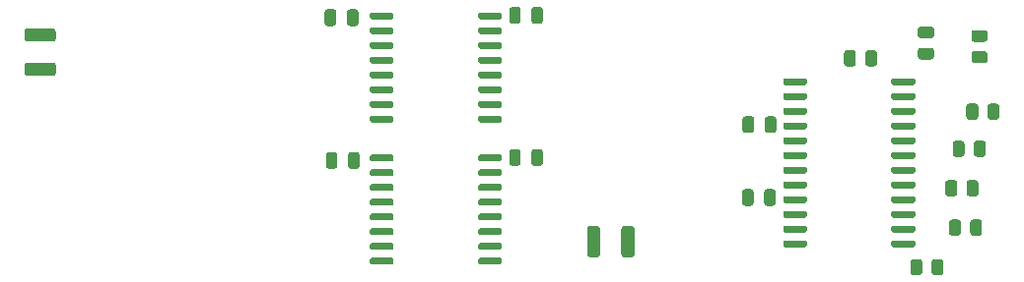
<source format=gbr>
%TF.GenerationSoftware,KiCad,Pcbnew,(5.1.10-1-10_14)*%
%TF.CreationDate,2021-10-08T10:07:37-04:00*%
%TF.ProjectId,BufferBox,42756666-6572-4426-9f78-2e6b69636164,1.1*%
%TF.SameCoordinates,Original*%
%TF.FileFunction,Paste,Top*%
%TF.FilePolarity,Positive*%
%FSLAX46Y46*%
G04 Gerber Fmt 4.6, Leading zero omitted, Abs format (unit mm)*
G04 Created by KiCad (PCBNEW (5.1.10-1-10_14)) date 2021-10-08 10:07:37*
%MOMM*%
%LPD*%
G01*
G04 APERTURE LIST*
G04 APERTURE END LIST*
%TO.C,U3*%
G36*
G01*
X143775000Y-110635000D02*
X143775000Y-110935000D01*
G75*
G02*
X143625000Y-111085000I-150000J0D01*
G01*
X141875000Y-111085000D01*
G75*
G02*
X141725000Y-110935000I0J150000D01*
G01*
X141725000Y-110635000D01*
G75*
G02*
X141875000Y-110485000I150000J0D01*
G01*
X143625000Y-110485000D01*
G75*
G02*
X143775000Y-110635000I0J-150000D01*
G01*
G37*
G36*
G01*
X143775000Y-109365000D02*
X143775000Y-109665000D01*
G75*
G02*
X143625000Y-109815000I-150000J0D01*
G01*
X141875000Y-109815000D01*
G75*
G02*
X141725000Y-109665000I0J150000D01*
G01*
X141725000Y-109365000D01*
G75*
G02*
X141875000Y-109215000I150000J0D01*
G01*
X143625000Y-109215000D01*
G75*
G02*
X143775000Y-109365000I0J-150000D01*
G01*
G37*
G36*
G01*
X143775000Y-108095000D02*
X143775000Y-108395000D01*
G75*
G02*
X143625000Y-108545000I-150000J0D01*
G01*
X141875000Y-108545000D01*
G75*
G02*
X141725000Y-108395000I0J150000D01*
G01*
X141725000Y-108095000D01*
G75*
G02*
X141875000Y-107945000I150000J0D01*
G01*
X143625000Y-107945000D01*
G75*
G02*
X143775000Y-108095000I0J-150000D01*
G01*
G37*
G36*
G01*
X143775000Y-106825000D02*
X143775000Y-107125000D01*
G75*
G02*
X143625000Y-107275000I-150000J0D01*
G01*
X141875000Y-107275000D01*
G75*
G02*
X141725000Y-107125000I0J150000D01*
G01*
X141725000Y-106825000D01*
G75*
G02*
X141875000Y-106675000I150000J0D01*
G01*
X143625000Y-106675000D01*
G75*
G02*
X143775000Y-106825000I0J-150000D01*
G01*
G37*
G36*
G01*
X143775000Y-105555000D02*
X143775000Y-105855000D01*
G75*
G02*
X143625000Y-106005000I-150000J0D01*
G01*
X141875000Y-106005000D01*
G75*
G02*
X141725000Y-105855000I0J150000D01*
G01*
X141725000Y-105555000D01*
G75*
G02*
X141875000Y-105405000I150000J0D01*
G01*
X143625000Y-105405000D01*
G75*
G02*
X143775000Y-105555000I0J-150000D01*
G01*
G37*
G36*
G01*
X143775000Y-104285000D02*
X143775000Y-104585000D01*
G75*
G02*
X143625000Y-104735000I-150000J0D01*
G01*
X141875000Y-104735000D01*
G75*
G02*
X141725000Y-104585000I0J150000D01*
G01*
X141725000Y-104285000D01*
G75*
G02*
X141875000Y-104135000I150000J0D01*
G01*
X143625000Y-104135000D01*
G75*
G02*
X143775000Y-104285000I0J-150000D01*
G01*
G37*
G36*
G01*
X143775000Y-103015000D02*
X143775000Y-103315000D01*
G75*
G02*
X143625000Y-103465000I-150000J0D01*
G01*
X141875000Y-103465000D01*
G75*
G02*
X141725000Y-103315000I0J150000D01*
G01*
X141725000Y-103015000D01*
G75*
G02*
X141875000Y-102865000I150000J0D01*
G01*
X143625000Y-102865000D01*
G75*
G02*
X143775000Y-103015000I0J-150000D01*
G01*
G37*
G36*
G01*
X143775000Y-101745000D02*
X143775000Y-102045000D01*
G75*
G02*
X143625000Y-102195000I-150000J0D01*
G01*
X141875000Y-102195000D01*
G75*
G02*
X141725000Y-102045000I0J150000D01*
G01*
X141725000Y-101745000D01*
G75*
G02*
X141875000Y-101595000I150000J0D01*
G01*
X143625000Y-101595000D01*
G75*
G02*
X143775000Y-101745000I0J-150000D01*
G01*
G37*
G36*
G01*
X143775000Y-100475000D02*
X143775000Y-100775000D01*
G75*
G02*
X143625000Y-100925000I-150000J0D01*
G01*
X141875000Y-100925000D01*
G75*
G02*
X141725000Y-100775000I0J150000D01*
G01*
X141725000Y-100475000D01*
G75*
G02*
X141875000Y-100325000I150000J0D01*
G01*
X143625000Y-100325000D01*
G75*
G02*
X143775000Y-100475000I0J-150000D01*
G01*
G37*
G36*
G01*
X143775000Y-99205000D02*
X143775000Y-99505000D01*
G75*
G02*
X143625000Y-99655000I-150000J0D01*
G01*
X141875000Y-99655000D01*
G75*
G02*
X141725000Y-99505000I0J150000D01*
G01*
X141725000Y-99205000D01*
G75*
G02*
X141875000Y-99055000I150000J0D01*
G01*
X143625000Y-99055000D01*
G75*
G02*
X143775000Y-99205000I0J-150000D01*
G01*
G37*
G36*
G01*
X143775000Y-97935000D02*
X143775000Y-98235000D01*
G75*
G02*
X143625000Y-98385000I-150000J0D01*
G01*
X141875000Y-98385000D01*
G75*
G02*
X141725000Y-98235000I0J150000D01*
G01*
X141725000Y-97935000D01*
G75*
G02*
X141875000Y-97785000I150000J0D01*
G01*
X143625000Y-97785000D01*
G75*
G02*
X143775000Y-97935000I0J-150000D01*
G01*
G37*
G36*
G01*
X143775000Y-96665000D02*
X143775000Y-96965000D01*
G75*
G02*
X143625000Y-97115000I-150000J0D01*
G01*
X141875000Y-97115000D01*
G75*
G02*
X141725000Y-96965000I0J150000D01*
G01*
X141725000Y-96665000D01*
G75*
G02*
X141875000Y-96515000I150000J0D01*
G01*
X143625000Y-96515000D01*
G75*
G02*
X143775000Y-96665000I0J-150000D01*
G01*
G37*
G36*
G01*
X153075000Y-96665000D02*
X153075000Y-96965000D01*
G75*
G02*
X152925000Y-97115000I-150000J0D01*
G01*
X151175000Y-97115000D01*
G75*
G02*
X151025000Y-96965000I0J150000D01*
G01*
X151025000Y-96665000D01*
G75*
G02*
X151175000Y-96515000I150000J0D01*
G01*
X152925000Y-96515000D01*
G75*
G02*
X153075000Y-96665000I0J-150000D01*
G01*
G37*
G36*
G01*
X153075000Y-97935000D02*
X153075000Y-98235000D01*
G75*
G02*
X152925000Y-98385000I-150000J0D01*
G01*
X151175000Y-98385000D01*
G75*
G02*
X151025000Y-98235000I0J150000D01*
G01*
X151025000Y-97935000D01*
G75*
G02*
X151175000Y-97785000I150000J0D01*
G01*
X152925000Y-97785000D01*
G75*
G02*
X153075000Y-97935000I0J-150000D01*
G01*
G37*
G36*
G01*
X153075000Y-99205000D02*
X153075000Y-99505000D01*
G75*
G02*
X152925000Y-99655000I-150000J0D01*
G01*
X151175000Y-99655000D01*
G75*
G02*
X151025000Y-99505000I0J150000D01*
G01*
X151025000Y-99205000D01*
G75*
G02*
X151175000Y-99055000I150000J0D01*
G01*
X152925000Y-99055000D01*
G75*
G02*
X153075000Y-99205000I0J-150000D01*
G01*
G37*
G36*
G01*
X153075000Y-100475000D02*
X153075000Y-100775000D01*
G75*
G02*
X152925000Y-100925000I-150000J0D01*
G01*
X151175000Y-100925000D01*
G75*
G02*
X151025000Y-100775000I0J150000D01*
G01*
X151025000Y-100475000D01*
G75*
G02*
X151175000Y-100325000I150000J0D01*
G01*
X152925000Y-100325000D01*
G75*
G02*
X153075000Y-100475000I0J-150000D01*
G01*
G37*
G36*
G01*
X153075000Y-101745000D02*
X153075000Y-102045000D01*
G75*
G02*
X152925000Y-102195000I-150000J0D01*
G01*
X151175000Y-102195000D01*
G75*
G02*
X151025000Y-102045000I0J150000D01*
G01*
X151025000Y-101745000D01*
G75*
G02*
X151175000Y-101595000I150000J0D01*
G01*
X152925000Y-101595000D01*
G75*
G02*
X153075000Y-101745000I0J-150000D01*
G01*
G37*
G36*
G01*
X153075000Y-103015000D02*
X153075000Y-103315000D01*
G75*
G02*
X152925000Y-103465000I-150000J0D01*
G01*
X151175000Y-103465000D01*
G75*
G02*
X151025000Y-103315000I0J150000D01*
G01*
X151025000Y-103015000D01*
G75*
G02*
X151175000Y-102865000I150000J0D01*
G01*
X152925000Y-102865000D01*
G75*
G02*
X153075000Y-103015000I0J-150000D01*
G01*
G37*
G36*
G01*
X153075000Y-104285000D02*
X153075000Y-104585000D01*
G75*
G02*
X152925000Y-104735000I-150000J0D01*
G01*
X151175000Y-104735000D01*
G75*
G02*
X151025000Y-104585000I0J150000D01*
G01*
X151025000Y-104285000D01*
G75*
G02*
X151175000Y-104135000I150000J0D01*
G01*
X152925000Y-104135000D01*
G75*
G02*
X153075000Y-104285000I0J-150000D01*
G01*
G37*
G36*
G01*
X153075000Y-105555000D02*
X153075000Y-105855000D01*
G75*
G02*
X152925000Y-106005000I-150000J0D01*
G01*
X151175000Y-106005000D01*
G75*
G02*
X151025000Y-105855000I0J150000D01*
G01*
X151025000Y-105555000D01*
G75*
G02*
X151175000Y-105405000I150000J0D01*
G01*
X152925000Y-105405000D01*
G75*
G02*
X153075000Y-105555000I0J-150000D01*
G01*
G37*
G36*
G01*
X153075000Y-106825000D02*
X153075000Y-107125000D01*
G75*
G02*
X152925000Y-107275000I-150000J0D01*
G01*
X151175000Y-107275000D01*
G75*
G02*
X151025000Y-107125000I0J150000D01*
G01*
X151025000Y-106825000D01*
G75*
G02*
X151175000Y-106675000I150000J0D01*
G01*
X152925000Y-106675000D01*
G75*
G02*
X153075000Y-106825000I0J-150000D01*
G01*
G37*
G36*
G01*
X153075000Y-108095000D02*
X153075000Y-108395000D01*
G75*
G02*
X152925000Y-108545000I-150000J0D01*
G01*
X151175000Y-108545000D01*
G75*
G02*
X151025000Y-108395000I0J150000D01*
G01*
X151025000Y-108095000D01*
G75*
G02*
X151175000Y-107945000I150000J0D01*
G01*
X152925000Y-107945000D01*
G75*
G02*
X153075000Y-108095000I0J-150000D01*
G01*
G37*
G36*
G01*
X153075000Y-109365000D02*
X153075000Y-109665000D01*
G75*
G02*
X152925000Y-109815000I-150000J0D01*
G01*
X151175000Y-109815000D01*
G75*
G02*
X151025000Y-109665000I0J150000D01*
G01*
X151025000Y-109365000D01*
G75*
G02*
X151175000Y-109215000I150000J0D01*
G01*
X152925000Y-109215000D01*
G75*
G02*
X153075000Y-109365000I0J-150000D01*
G01*
G37*
G36*
G01*
X153075000Y-110635000D02*
X153075000Y-110935000D01*
G75*
G02*
X152925000Y-111085000I-150000J0D01*
G01*
X151175000Y-111085000D01*
G75*
G02*
X151025000Y-110935000I0J150000D01*
G01*
X151025000Y-110635000D01*
G75*
G02*
X151175000Y-110485000I150000J0D01*
G01*
X152925000Y-110485000D01*
G75*
G02*
X153075000Y-110635000I0J-150000D01*
G01*
G37*
%TD*%
%TO.C,U2*%
G36*
G01*
X115525000Y-103555000D02*
X115525000Y-103255000D01*
G75*
G02*
X115675000Y-103105000I150000J0D01*
G01*
X117425000Y-103105000D01*
G75*
G02*
X117575000Y-103255000I0J-150000D01*
G01*
X117575000Y-103555000D01*
G75*
G02*
X117425000Y-103705000I-150000J0D01*
G01*
X115675000Y-103705000D01*
G75*
G02*
X115525000Y-103555000I0J150000D01*
G01*
G37*
G36*
G01*
X115525000Y-104825000D02*
X115525000Y-104525000D01*
G75*
G02*
X115675000Y-104375000I150000J0D01*
G01*
X117425000Y-104375000D01*
G75*
G02*
X117575000Y-104525000I0J-150000D01*
G01*
X117575000Y-104825000D01*
G75*
G02*
X117425000Y-104975000I-150000J0D01*
G01*
X115675000Y-104975000D01*
G75*
G02*
X115525000Y-104825000I0J150000D01*
G01*
G37*
G36*
G01*
X115525000Y-106095000D02*
X115525000Y-105795000D01*
G75*
G02*
X115675000Y-105645000I150000J0D01*
G01*
X117425000Y-105645000D01*
G75*
G02*
X117575000Y-105795000I0J-150000D01*
G01*
X117575000Y-106095000D01*
G75*
G02*
X117425000Y-106245000I-150000J0D01*
G01*
X115675000Y-106245000D01*
G75*
G02*
X115525000Y-106095000I0J150000D01*
G01*
G37*
G36*
G01*
X115525000Y-107365000D02*
X115525000Y-107065000D01*
G75*
G02*
X115675000Y-106915000I150000J0D01*
G01*
X117425000Y-106915000D01*
G75*
G02*
X117575000Y-107065000I0J-150000D01*
G01*
X117575000Y-107365000D01*
G75*
G02*
X117425000Y-107515000I-150000J0D01*
G01*
X115675000Y-107515000D01*
G75*
G02*
X115525000Y-107365000I0J150000D01*
G01*
G37*
G36*
G01*
X115525000Y-108635000D02*
X115525000Y-108335000D01*
G75*
G02*
X115675000Y-108185000I150000J0D01*
G01*
X117425000Y-108185000D01*
G75*
G02*
X117575000Y-108335000I0J-150000D01*
G01*
X117575000Y-108635000D01*
G75*
G02*
X117425000Y-108785000I-150000J0D01*
G01*
X115675000Y-108785000D01*
G75*
G02*
X115525000Y-108635000I0J150000D01*
G01*
G37*
G36*
G01*
X115525000Y-109905000D02*
X115525000Y-109605000D01*
G75*
G02*
X115675000Y-109455000I150000J0D01*
G01*
X117425000Y-109455000D01*
G75*
G02*
X117575000Y-109605000I0J-150000D01*
G01*
X117575000Y-109905000D01*
G75*
G02*
X117425000Y-110055000I-150000J0D01*
G01*
X115675000Y-110055000D01*
G75*
G02*
X115525000Y-109905000I0J150000D01*
G01*
G37*
G36*
G01*
X115525000Y-111175000D02*
X115525000Y-110875000D01*
G75*
G02*
X115675000Y-110725000I150000J0D01*
G01*
X117425000Y-110725000D01*
G75*
G02*
X117575000Y-110875000I0J-150000D01*
G01*
X117575000Y-111175000D01*
G75*
G02*
X117425000Y-111325000I-150000J0D01*
G01*
X115675000Y-111325000D01*
G75*
G02*
X115525000Y-111175000I0J150000D01*
G01*
G37*
G36*
G01*
X115525000Y-112445000D02*
X115525000Y-112145000D01*
G75*
G02*
X115675000Y-111995000I150000J0D01*
G01*
X117425000Y-111995000D01*
G75*
G02*
X117575000Y-112145000I0J-150000D01*
G01*
X117575000Y-112445000D01*
G75*
G02*
X117425000Y-112595000I-150000J0D01*
G01*
X115675000Y-112595000D01*
G75*
G02*
X115525000Y-112445000I0J150000D01*
G01*
G37*
G36*
G01*
X106225000Y-112445000D02*
X106225000Y-112145000D01*
G75*
G02*
X106375000Y-111995000I150000J0D01*
G01*
X108125000Y-111995000D01*
G75*
G02*
X108275000Y-112145000I0J-150000D01*
G01*
X108275000Y-112445000D01*
G75*
G02*
X108125000Y-112595000I-150000J0D01*
G01*
X106375000Y-112595000D01*
G75*
G02*
X106225000Y-112445000I0J150000D01*
G01*
G37*
G36*
G01*
X106225000Y-111175000D02*
X106225000Y-110875000D01*
G75*
G02*
X106375000Y-110725000I150000J0D01*
G01*
X108125000Y-110725000D01*
G75*
G02*
X108275000Y-110875000I0J-150000D01*
G01*
X108275000Y-111175000D01*
G75*
G02*
X108125000Y-111325000I-150000J0D01*
G01*
X106375000Y-111325000D01*
G75*
G02*
X106225000Y-111175000I0J150000D01*
G01*
G37*
G36*
G01*
X106225000Y-109905000D02*
X106225000Y-109605000D01*
G75*
G02*
X106375000Y-109455000I150000J0D01*
G01*
X108125000Y-109455000D01*
G75*
G02*
X108275000Y-109605000I0J-150000D01*
G01*
X108275000Y-109905000D01*
G75*
G02*
X108125000Y-110055000I-150000J0D01*
G01*
X106375000Y-110055000D01*
G75*
G02*
X106225000Y-109905000I0J150000D01*
G01*
G37*
G36*
G01*
X106225000Y-108635000D02*
X106225000Y-108335000D01*
G75*
G02*
X106375000Y-108185000I150000J0D01*
G01*
X108125000Y-108185000D01*
G75*
G02*
X108275000Y-108335000I0J-150000D01*
G01*
X108275000Y-108635000D01*
G75*
G02*
X108125000Y-108785000I-150000J0D01*
G01*
X106375000Y-108785000D01*
G75*
G02*
X106225000Y-108635000I0J150000D01*
G01*
G37*
G36*
G01*
X106225000Y-107365000D02*
X106225000Y-107065000D01*
G75*
G02*
X106375000Y-106915000I150000J0D01*
G01*
X108125000Y-106915000D01*
G75*
G02*
X108275000Y-107065000I0J-150000D01*
G01*
X108275000Y-107365000D01*
G75*
G02*
X108125000Y-107515000I-150000J0D01*
G01*
X106375000Y-107515000D01*
G75*
G02*
X106225000Y-107365000I0J150000D01*
G01*
G37*
G36*
G01*
X106225000Y-106095000D02*
X106225000Y-105795000D01*
G75*
G02*
X106375000Y-105645000I150000J0D01*
G01*
X108125000Y-105645000D01*
G75*
G02*
X108275000Y-105795000I0J-150000D01*
G01*
X108275000Y-106095000D01*
G75*
G02*
X108125000Y-106245000I-150000J0D01*
G01*
X106375000Y-106245000D01*
G75*
G02*
X106225000Y-106095000I0J150000D01*
G01*
G37*
G36*
G01*
X106225000Y-104825000D02*
X106225000Y-104525000D01*
G75*
G02*
X106375000Y-104375000I150000J0D01*
G01*
X108125000Y-104375000D01*
G75*
G02*
X108275000Y-104525000I0J-150000D01*
G01*
X108275000Y-104825000D01*
G75*
G02*
X108125000Y-104975000I-150000J0D01*
G01*
X106375000Y-104975000D01*
G75*
G02*
X106225000Y-104825000I0J150000D01*
G01*
G37*
G36*
G01*
X106225000Y-103555000D02*
X106225000Y-103255000D01*
G75*
G02*
X106375000Y-103105000I150000J0D01*
G01*
X108125000Y-103105000D01*
G75*
G02*
X108275000Y-103255000I0J-150000D01*
G01*
X108275000Y-103555000D01*
G75*
G02*
X108125000Y-103705000I-150000J0D01*
G01*
X106375000Y-103705000D01*
G75*
G02*
X106225000Y-103555000I0J150000D01*
G01*
G37*
%TD*%
%TO.C,C4*%
G36*
G01*
X103450000Y-103125000D02*
X103450000Y-104075000D01*
G75*
G02*
X103200000Y-104325000I-250000J0D01*
G01*
X102700000Y-104325000D01*
G75*
G02*
X102450000Y-104075000I0J250000D01*
G01*
X102450000Y-103125000D01*
G75*
G02*
X102700000Y-102875000I250000J0D01*
G01*
X103200000Y-102875000D01*
G75*
G02*
X103450000Y-103125000I0J-250000D01*
G01*
G37*
G36*
G01*
X105350000Y-103125000D02*
X105350000Y-104075000D01*
G75*
G02*
X105100000Y-104325000I-250000J0D01*
G01*
X104600000Y-104325000D01*
G75*
G02*
X104350000Y-104075000I0J250000D01*
G01*
X104350000Y-103125000D01*
G75*
G02*
X104600000Y-102875000I250000J0D01*
G01*
X105100000Y-102875000D01*
G75*
G02*
X105350000Y-103125000I0J-250000D01*
G01*
G37*
%TD*%
%TO.C,C8*%
G36*
G01*
X139250000Y-100050000D02*
X139250000Y-101000000D01*
G75*
G02*
X139000000Y-101250000I-250000J0D01*
G01*
X138500000Y-101250000D01*
G75*
G02*
X138250000Y-101000000I0J250000D01*
G01*
X138250000Y-100050000D01*
G75*
G02*
X138500000Y-99800000I250000J0D01*
G01*
X139000000Y-99800000D01*
G75*
G02*
X139250000Y-100050000I0J-250000D01*
G01*
G37*
G36*
G01*
X141150000Y-100050000D02*
X141150000Y-101000000D01*
G75*
G02*
X140900000Y-101250000I-250000J0D01*
G01*
X140400000Y-101250000D01*
G75*
G02*
X140150000Y-101000000I0J250000D01*
G01*
X140150000Y-100050000D01*
G75*
G02*
X140400000Y-99800000I250000J0D01*
G01*
X140900000Y-99800000D01*
G75*
G02*
X141150000Y-100050000I0J-250000D01*
G01*
G37*
%TD*%
%TO.C,R9*%
G36*
G01*
X154487500Y-113250002D02*
X154487500Y-112349998D01*
G75*
G02*
X154737498Y-112100000I249998J0D01*
G01*
X155262502Y-112100000D01*
G75*
G02*
X155512500Y-112349998I0J-249998D01*
G01*
X155512500Y-113250002D01*
G75*
G02*
X155262502Y-113500000I-249998J0D01*
G01*
X154737498Y-113500000D01*
G75*
G02*
X154487500Y-113250002I0J249998D01*
G01*
G37*
G36*
G01*
X152662500Y-113250002D02*
X152662500Y-112349998D01*
G75*
G02*
X152912498Y-112100000I249998J0D01*
G01*
X153437502Y-112100000D01*
G75*
G02*
X153687500Y-112349998I0J-249998D01*
G01*
X153687500Y-113250002D01*
G75*
G02*
X153437502Y-113500000I-249998J0D01*
G01*
X152912498Y-113500000D01*
G75*
G02*
X152662500Y-113250002I0J249998D01*
G01*
G37*
%TD*%
%TO.C,R8*%
G36*
G01*
X157800000Y-109850002D02*
X157800000Y-108949998D01*
G75*
G02*
X158049998Y-108700000I249998J0D01*
G01*
X158575002Y-108700000D01*
G75*
G02*
X158825000Y-108949998I0J-249998D01*
G01*
X158825000Y-109850002D01*
G75*
G02*
X158575002Y-110100000I-249998J0D01*
G01*
X158049998Y-110100000D01*
G75*
G02*
X157800000Y-109850002I0J249998D01*
G01*
G37*
G36*
G01*
X155975000Y-109850002D02*
X155975000Y-108949998D01*
G75*
G02*
X156224998Y-108700000I249998J0D01*
G01*
X156750002Y-108700000D01*
G75*
G02*
X157000000Y-108949998I0J-249998D01*
G01*
X157000000Y-109850002D01*
G75*
G02*
X156750002Y-110100000I-249998J0D01*
G01*
X156224998Y-110100000D01*
G75*
G02*
X155975000Y-109850002I0J249998D01*
G01*
G37*
%TD*%
%TO.C,R7*%
G36*
G01*
X157487500Y-106450002D02*
X157487500Y-105549998D01*
G75*
G02*
X157737498Y-105300000I249998J0D01*
G01*
X158262502Y-105300000D01*
G75*
G02*
X158512500Y-105549998I0J-249998D01*
G01*
X158512500Y-106450002D01*
G75*
G02*
X158262502Y-106700000I-249998J0D01*
G01*
X157737498Y-106700000D01*
G75*
G02*
X157487500Y-106450002I0J249998D01*
G01*
G37*
G36*
G01*
X155662500Y-106450002D02*
X155662500Y-105549998D01*
G75*
G02*
X155912498Y-105300000I249998J0D01*
G01*
X156437502Y-105300000D01*
G75*
G02*
X156687500Y-105549998I0J-249998D01*
G01*
X156687500Y-106450002D01*
G75*
G02*
X156437502Y-106700000I-249998J0D01*
G01*
X155912498Y-106700000D01*
G75*
G02*
X155662500Y-106450002I0J249998D01*
G01*
G37*
%TD*%
%TO.C,C1*%
G36*
G01*
X76799999Y-95175000D02*
X79000001Y-95175000D01*
G75*
G02*
X79250000Y-95424999I0J-249999D01*
G01*
X79250000Y-96075001D01*
G75*
G02*
X79000001Y-96325000I-249999J0D01*
G01*
X76799999Y-96325000D01*
G75*
G02*
X76550000Y-96075001I0J249999D01*
G01*
X76550000Y-95424999D01*
G75*
G02*
X76799999Y-95175000I249999J0D01*
G01*
G37*
G36*
G01*
X76799999Y-92225000D02*
X79000001Y-92225000D01*
G75*
G02*
X79250000Y-92474999I0J-249999D01*
G01*
X79250000Y-93125001D01*
G75*
G02*
X79000001Y-93375000I-249999J0D01*
G01*
X76799999Y-93375000D01*
G75*
G02*
X76550000Y-93125001I0J249999D01*
G01*
X76550000Y-92474999D01*
G75*
G02*
X76799999Y-92225000I249999J0D01*
G01*
G37*
%TD*%
%TO.C,U1*%
G36*
G01*
X115525000Y-91305000D02*
X115525000Y-91005000D01*
G75*
G02*
X115675000Y-90855000I150000J0D01*
G01*
X117425000Y-90855000D01*
G75*
G02*
X117575000Y-91005000I0J-150000D01*
G01*
X117575000Y-91305000D01*
G75*
G02*
X117425000Y-91455000I-150000J0D01*
G01*
X115675000Y-91455000D01*
G75*
G02*
X115525000Y-91305000I0J150000D01*
G01*
G37*
G36*
G01*
X115525000Y-92575000D02*
X115525000Y-92275000D01*
G75*
G02*
X115675000Y-92125000I150000J0D01*
G01*
X117425000Y-92125000D01*
G75*
G02*
X117575000Y-92275000I0J-150000D01*
G01*
X117575000Y-92575000D01*
G75*
G02*
X117425000Y-92725000I-150000J0D01*
G01*
X115675000Y-92725000D01*
G75*
G02*
X115525000Y-92575000I0J150000D01*
G01*
G37*
G36*
G01*
X115525000Y-93845000D02*
X115525000Y-93545000D01*
G75*
G02*
X115675000Y-93395000I150000J0D01*
G01*
X117425000Y-93395000D01*
G75*
G02*
X117575000Y-93545000I0J-150000D01*
G01*
X117575000Y-93845000D01*
G75*
G02*
X117425000Y-93995000I-150000J0D01*
G01*
X115675000Y-93995000D01*
G75*
G02*
X115525000Y-93845000I0J150000D01*
G01*
G37*
G36*
G01*
X115525000Y-95115000D02*
X115525000Y-94815000D01*
G75*
G02*
X115675000Y-94665000I150000J0D01*
G01*
X117425000Y-94665000D01*
G75*
G02*
X117575000Y-94815000I0J-150000D01*
G01*
X117575000Y-95115000D01*
G75*
G02*
X117425000Y-95265000I-150000J0D01*
G01*
X115675000Y-95265000D01*
G75*
G02*
X115525000Y-95115000I0J150000D01*
G01*
G37*
G36*
G01*
X115525000Y-96385000D02*
X115525000Y-96085000D01*
G75*
G02*
X115675000Y-95935000I150000J0D01*
G01*
X117425000Y-95935000D01*
G75*
G02*
X117575000Y-96085000I0J-150000D01*
G01*
X117575000Y-96385000D01*
G75*
G02*
X117425000Y-96535000I-150000J0D01*
G01*
X115675000Y-96535000D01*
G75*
G02*
X115525000Y-96385000I0J150000D01*
G01*
G37*
G36*
G01*
X115525000Y-97655000D02*
X115525000Y-97355000D01*
G75*
G02*
X115675000Y-97205000I150000J0D01*
G01*
X117425000Y-97205000D01*
G75*
G02*
X117575000Y-97355000I0J-150000D01*
G01*
X117575000Y-97655000D01*
G75*
G02*
X117425000Y-97805000I-150000J0D01*
G01*
X115675000Y-97805000D01*
G75*
G02*
X115525000Y-97655000I0J150000D01*
G01*
G37*
G36*
G01*
X115525000Y-98925000D02*
X115525000Y-98625000D01*
G75*
G02*
X115675000Y-98475000I150000J0D01*
G01*
X117425000Y-98475000D01*
G75*
G02*
X117575000Y-98625000I0J-150000D01*
G01*
X117575000Y-98925000D01*
G75*
G02*
X117425000Y-99075000I-150000J0D01*
G01*
X115675000Y-99075000D01*
G75*
G02*
X115525000Y-98925000I0J150000D01*
G01*
G37*
G36*
G01*
X115525000Y-100195000D02*
X115525000Y-99895000D01*
G75*
G02*
X115675000Y-99745000I150000J0D01*
G01*
X117425000Y-99745000D01*
G75*
G02*
X117575000Y-99895000I0J-150000D01*
G01*
X117575000Y-100195000D01*
G75*
G02*
X117425000Y-100345000I-150000J0D01*
G01*
X115675000Y-100345000D01*
G75*
G02*
X115525000Y-100195000I0J150000D01*
G01*
G37*
G36*
G01*
X106225000Y-100195000D02*
X106225000Y-99895000D01*
G75*
G02*
X106375000Y-99745000I150000J0D01*
G01*
X108125000Y-99745000D01*
G75*
G02*
X108275000Y-99895000I0J-150000D01*
G01*
X108275000Y-100195000D01*
G75*
G02*
X108125000Y-100345000I-150000J0D01*
G01*
X106375000Y-100345000D01*
G75*
G02*
X106225000Y-100195000I0J150000D01*
G01*
G37*
G36*
G01*
X106225000Y-98925000D02*
X106225000Y-98625000D01*
G75*
G02*
X106375000Y-98475000I150000J0D01*
G01*
X108125000Y-98475000D01*
G75*
G02*
X108275000Y-98625000I0J-150000D01*
G01*
X108275000Y-98925000D01*
G75*
G02*
X108125000Y-99075000I-150000J0D01*
G01*
X106375000Y-99075000D01*
G75*
G02*
X106225000Y-98925000I0J150000D01*
G01*
G37*
G36*
G01*
X106225000Y-97655000D02*
X106225000Y-97355000D01*
G75*
G02*
X106375000Y-97205000I150000J0D01*
G01*
X108125000Y-97205000D01*
G75*
G02*
X108275000Y-97355000I0J-150000D01*
G01*
X108275000Y-97655000D01*
G75*
G02*
X108125000Y-97805000I-150000J0D01*
G01*
X106375000Y-97805000D01*
G75*
G02*
X106225000Y-97655000I0J150000D01*
G01*
G37*
G36*
G01*
X106225000Y-96385000D02*
X106225000Y-96085000D01*
G75*
G02*
X106375000Y-95935000I150000J0D01*
G01*
X108125000Y-95935000D01*
G75*
G02*
X108275000Y-96085000I0J-150000D01*
G01*
X108275000Y-96385000D01*
G75*
G02*
X108125000Y-96535000I-150000J0D01*
G01*
X106375000Y-96535000D01*
G75*
G02*
X106225000Y-96385000I0J150000D01*
G01*
G37*
G36*
G01*
X106225000Y-95115000D02*
X106225000Y-94815000D01*
G75*
G02*
X106375000Y-94665000I150000J0D01*
G01*
X108125000Y-94665000D01*
G75*
G02*
X108275000Y-94815000I0J-150000D01*
G01*
X108275000Y-95115000D01*
G75*
G02*
X108125000Y-95265000I-150000J0D01*
G01*
X106375000Y-95265000D01*
G75*
G02*
X106225000Y-95115000I0J150000D01*
G01*
G37*
G36*
G01*
X106225000Y-93845000D02*
X106225000Y-93545000D01*
G75*
G02*
X106375000Y-93395000I150000J0D01*
G01*
X108125000Y-93395000D01*
G75*
G02*
X108275000Y-93545000I0J-150000D01*
G01*
X108275000Y-93845000D01*
G75*
G02*
X108125000Y-93995000I-150000J0D01*
G01*
X106375000Y-93995000D01*
G75*
G02*
X106225000Y-93845000I0J150000D01*
G01*
G37*
G36*
G01*
X106225000Y-92575000D02*
X106225000Y-92275000D01*
G75*
G02*
X106375000Y-92125000I150000J0D01*
G01*
X108125000Y-92125000D01*
G75*
G02*
X108275000Y-92275000I0J-150000D01*
G01*
X108275000Y-92575000D01*
G75*
G02*
X108125000Y-92725000I-150000J0D01*
G01*
X106375000Y-92725000D01*
G75*
G02*
X106225000Y-92575000I0J150000D01*
G01*
G37*
G36*
G01*
X106225000Y-91305000D02*
X106225000Y-91005000D01*
G75*
G02*
X106375000Y-90855000I150000J0D01*
G01*
X108125000Y-90855000D01*
G75*
G02*
X108275000Y-91005000I0J-150000D01*
G01*
X108275000Y-91305000D01*
G75*
G02*
X108125000Y-91455000I-150000J0D01*
G01*
X106375000Y-91455000D01*
G75*
G02*
X106225000Y-91305000I0J150000D01*
G01*
G37*
%TD*%
%TO.C,R6*%
G36*
G01*
X158112500Y-103050002D02*
X158112500Y-102149998D01*
G75*
G02*
X158362498Y-101900000I249998J0D01*
G01*
X158887502Y-101900000D01*
G75*
G02*
X159137500Y-102149998I0J-249998D01*
G01*
X159137500Y-103050002D01*
G75*
G02*
X158887502Y-103300000I-249998J0D01*
G01*
X158362498Y-103300000D01*
G75*
G02*
X158112500Y-103050002I0J249998D01*
G01*
G37*
G36*
G01*
X156287500Y-103050002D02*
X156287500Y-102149998D01*
G75*
G02*
X156537498Y-101900000I249998J0D01*
G01*
X157062502Y-101900000D01*
G75*
G02*
X157312500Y-102149998I0J-249998D01*
G01*
X157312500Y-103050002D01*
G75*
G02*
X157062502Y-103300000I-249998J0D01*
G01*
X156537498Y-103300000D01*
G75*
G02*
X156287500Y-103050002I0J249998D01*
G01*
G37*
%TD*%
%TO.C,R5*%
G36*
G01*
X159287500Y-99850002D02*
X159287500Y-98949998D01*
G75*
G02*
X159537498Y-98700000I249998J0D01*
G01*
X160062502Y-98700000D01*
G75*
G02*
X160312500Y-98949998I0J-249998D01*
G01*
X160312500Y-99850002D01*
G75*
G02*
X160062502Y-100100000I-249998J0D01*
G01*
X159537498Y-100100000D01*
G75*
G02*
X159287500Y-99850002I0J249998D01*
G01*
G37*
G36*
G01*
X157462500Y-99850002D02*
X157462500Y-98949998D01*
G75*
G02*
X157712498Y-98700000I249998J0D01*
G01*
X158237502Y-98700000D01*
G75*
G02*
X158487500Y-98949998I0J-249998D01*
G01*
X158487500Y-99850002D01*
G75*
G02*
X158237502Y-100100000I-249998J0D01*
G01*
X157712498Y-100100000D01*
G75*
G02*
X157462500Y-99850002I0J249998D01*
G01*
G37*
%TD*%
%TO.C,R4*%
G36*
G01*
X159050002Y-93387500D02*
X158149998Y-93387500D01*
G75*
G02*
X157900000Y-93137502I0J249998D01*
G01*
X157900000Y-92612498D01*
G75*
G02*
X158149998Y-92362500I249998J0D01*
G01*
X159050002Y-92362500D01*
G75*
G02*
X159300000Y-92612498I0J-249998D01*
G01*
X159300000Y-93137502D01*
G75*
G02*
X159050002Y-93387500I-249998J0D01*
G01*
G37*
G36*
G01*
X159050002Y-95212500D02*
X158149998Y-95212500D01*
G75*
G02*
X157900000Y-94962502I0J249998D01*
G01*
X157900000Y-94437498D01*
G75*
G02*
X158149998Y-94187500I249998J0D01*
G01*
X159050002Y-94187500D01*
G75*
G02*
X159300000Y-94437498I0J-249998D01*
G01*
X159300000Y-94962502D01*
G75*
G02*
X159050002Y-95212500I-249998J0D01*
G01*
G37*
%TD*%
%TO.C,R3*%
G36*
G01*
X154450002Y-93087500D02*
X153549998Y-93087500D01*
G75*
G02*
X153300000Y-92837502I0J249998D01*
G01*
X153300000Y-92312498D01*
G75*
G02*
X153549998Y-92062500I249998J0D01*
G01*
X154450002Y-92062500D01*
G75*
G02*
X154700000Y-92312498I0J-249998D01*
G01*
X154700000Y-92837502D01*
G75*
G02*
X154450002Y-93087500I-249998J0D01*
G01*
G37*
G36*
G01*
X154450002Y-94912500D02*
X153549998Y-94912500D01*
G75*
G02*
X153300000Y-94662502I0J249998D01*
G01*
X153300000Y-94137498D01*
G75*
G02*
X153549998Y-93887500I249998J0D01*
G01*
X154450002Y-93887500D01*
G75*
G02*
X154700000Y-94137498I0J-249998D01*
G01*
X154700000Y-94662502D01*
G75*
G02*
X154450002Y-94912500I-249998J0D01*
G01*
G37*
%TD*%
%TO.C,R2*%
G36*
G01*
X149812500Y-94349998D02*
X149812500Y-95250002D01*
G75*
G02*
X149562502Y-95500000I-249998J0D01*
G01*
X149037498Y-95500000D01*
G75*
G02*
X148787500Y-95250002I0J249998D01*
G01*
X148787500Y-94349998D01*
G75*
G02*
X149037498Y-94100000I249998J0D01*
G01*
X149562502Y-94100000D01*
G75*
G02*
X149812500Y-94349998I0J-249998D01*
G01*
G37*
G36*
G01*
X147987500Y-94349998D02*
X147987500Y-95250002D01*
G75*
G02*
X147737502Y-95500000I-249998J0D01*
G01*
X147212498Y-95500000D01*
G75*
G02*
X146962500Y-95250002I0J249998D01*
G01*
X146962500Y-94349998D01*
G75*
G02*
X147212498Y-94100000I249998J0D01*
G01*
X147737502Y-94100000D01*
G75*
G02*
X147987500Y-94349998I0J-249998D01*
G01*
G37*
%TD*%
%TO.C,C7*%
G36*
G01*
X139200000Y-106325000D02*
X139200000Y-107275000D01*
G75*
G02*
X138950000Y-107525000I-250000J0D01*
G01*
X138450000Y-107525000D01*
G75*
G02*
X138200000Y-107275000I0J250000D01*
G01*
X138200000Y-106325000D01*
G75*
G02*
X138450000Y-106075000I250000J0D01*
G01*
X138950000Y-106075000D01*
G75*
G02*
X139200000Y-106325000I0J-250000D01*
G01*
G37*
G36*
G01*
X141100000Y-106325000D02*
X141100000Y-107275000D01*
G75*
G02*
X140850000Y-107525000I-250000J0D01*
G01*
X140350000Y-107525000D01*
G75*
G02*
X140100000Y-107275000I0J250000D01*
G01*
X140100000Y-106325000D01*
G75*
G02*
X140350000Y-106075000I250000J0D01*
G01*
X140850000Y-106075000D01*
G75*
G02*
X141100000Y-106325000I0J-250000D01*
G01*
G37*
%TD*%
%TO.C,C6*%
G36*
G01*
X120100000Y-103825000D02*
X120100000Y-102875000D01*
G75*
G02*
X120350000Y-102625000I250000J0D01*
G01*
X120850000Y-102625000D01*
G75*
G02*
X121100000Y-102875000I0J-250000D01*
G01*
X121100000Y-103825000D01*
G75*
G02*
X120850000Y-104075000I-250000J0D01*
G01*
X120350000Y-104075000D01*
G75*
G02*
X120100000Y-103825000I0J250000D01*
G01*
G37*
G36*
G01*
X118200000Y-103825000D02*
X118200000Y-102875000D01*
G75*
G02*
X118450000Y-102625000I250000J0D01*
G01*
X118950000Y-102625000D01*
G75*
G02*
X119200000Y-102875000I0J-250000D01*
G01*
X119200000Y-103825000D01*
G75*
G02*
X118950000Y-104075000I-250000J0D01*
G01*
X118450000Y-104075000D01*
G75*
G02*
X118200000Y-103825000I0J250000D01*
G01*
G37*
%TD*%
%TO.C,C5*%
G36*
G01*
X120100000Y-91575000D02*
X120100000Y-90625000D01*
G75*
G02*
X120350000Y-90375000I250000J0D01*
G01*
X120850000Y-90375000D01*
G75*
G02*
X121100000Y-90625000I0J-250000D01*
G01*
X121100000Y-91575000D01*
G75*
G02*
X120850000Y-91825000I-250000J0D01*
G01*
X120350000Y-91825000D01*
G75*
G02*
X120100000Y-91575000I0J250000D01*
G01*
G37*
G36*
G01*
X118200000Y-91575000D02*
X118200000Y-90625000D01*
G75*
G02*
X118450000Y-90375000I250000J0D01*
G01*
X118950000Y-90375000D01*
G75*
G02*
X119200000Y-90625000I0J-250000D01*
G01*
X119200000Y-91575000D01*
G75*
G02*
X118950000Y-91825000I-250000J0D01*
G01*
X118450000Y-91825000D01*
G75*
G02*
X118200000Y-91575000I0J250000D01*
G01*
G37*
%TD*%
%TO.C,C3*%
G36*
G01*
X103350000Y-90825000D02*
X103350000Y-91775000D01*
G75*
G02*
X103100000Y-92025000I-250000J0D01*
G01*
X102600000Y-92025000D01*
G75*
G02*
X102350000Y-91775000I0J250000D01*
G01*
X102350000Y-90825000D01*
G75*
G02*
X102600000Y-90575000I250000J0D01*
G01*
X103100000Y-90575000D01*
G75*
G02*
X103350000Y-90825000I0J-250000D01*
G01*
G37*
G36*
G01*
X105250000Y-90825000D02*
X105250000Y-91775000D01*
G75*
G02*
X105000000Y-92025000I-250000J0D01*
G01*
X104500000Y-92025000D01*
G75*
G02*
X104250000Y-91775000I0J250000D01*
G01*
X104250000Y-90825000D01*
G75*
G02*
X104500000Y-90575000I250000J0D01*
G01*
X105000000Y-90575000D01*
G75*
G02*
X105250000Y-90825000I0J-250000D01*
G01*
G37*
%TD*%
%TO.C,C2*%
G36*
G01*
X126025000Y-109499999D02*
X126025000Y-111700001D01*
G75*
G02*
X125775001Y-111950000I-249999J0D01*
G01*
X125124999Y-111950000D01*
G75*
G02*
X124875000Y-111700001I0J249999D01*
G01*
X124875000Y-109499999D01*
G75*
G02*
X125124999Y-109250000I249999J0D01*
G01*
X125775001Y-109250000D01*
G75*
G02*
X126025000Y-109499999I0J-249999D01*
G01*
G37*
G36*
G01*
X128975000Y-109499999D02*
X128975000Y-111700001D01*
G75*
G02*
X128725001Y-111950000I-249999J0D01*
G01*
X128074999Y-111950000D01*
G75*
G02*
X127825000Y-111700001I0J249999D01*
G01*
X127825000Y-109499999D01*
G75*
G02*
X128074999Y-109250000I249999J0D01*
G01*
X128725001Y-109250000D01*
G75*
G02*
X128975000Y-109499999I0J-249999D01*
G01*
G37*
%TD*%
M02*

</source>
